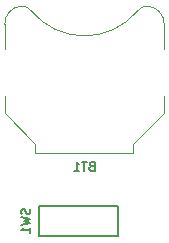
<source format=gbr>
G04 #@! TF.GenerationSoftware,KiCad,Pcbnew,(5.0.0)*
G04 #@! TF.CreationDate,2018-09-15T12:16:20+02:00*
G04 #@! TF.ProjectId,Blinky,426C696E6B792E6B696361645F706362,rev?*
G04 #@! TF.SameCoordinates,Original*
G04 #@! TF.FileFunction,Legend,Bot*
G04 #@! TF.FilePolarity,Positive*
%FSLAX46Y46*%
G04 Gerber Fmt 4.6, Leading zero omitted, Abs format (unit mm)*
G04 Created by KiCad (PCBNEW (5.0.0)) date 09/15/18 12:16:20*
%MOMM*%
%LPD*%
G01*
G04 APERTURE LIST*
%ADD10C,0.120000*%
%ADD11C,0.150000*%
%ADD12C,0.127000*%
G04 APERTURE END LIST*
D10*
G04 #@! TO.C,BT1*
X74909615Y-83823840D02*
G75*
G03X73995000Y-84208000I-124615J-984160D01*
G01*
X64080385Y-83823840D02*
G75*
G02X64995000Y-84208000I124615J-984160D01*
G01*
X73985661Y-84219329D02*
G75*
G02X64995000Y-84208000I-4490661J3711329D01*
G01*
X76245000Y-85358000D02*
G75*
G03X74795000Y-83808000I-1500000J50000D01*
G01*
X62745000Y-85358000D02*
G75*
G02X64195000Y-83808000I1500000J50000D01*
G01*
X76245000Y-87408000D02*
X76245000Y-85308000D01*
X62745000Y-87408000D02*
X62745000Y-85308000D01*
X62745000Y-91408000D02*
X62745000Y-92858000D01*
X62745000Y-92858000D02*
X65345000Y-95458000D01*
X65345000Y-95458000D02*
X65345000Y-96258000D01*
X65345000Y-96258000D02*
X73645000Y-96258000D01*
X73645000Y-96258000D02*
X73645000Y-95458000D01*
X73645000Y-95458000D02*
X76245000Y-92858000D01*
X76245000Y-92858000D02*
X76245000Y-91408000D01*
D11*
G04 #@! TO.C,SW1*
X65650000Y-103300000D02*
X65650000Y-100700000D01*
X65650000Y-103300000D02*
X72350000Y-103300000D01*
X72350000Y-103300000D02*
X72350000Y-100700000D01*
X72350000Y-100700000D02*
X65650000Y-100700000D01*
G04 #@! TO.C,BT1*
D12*
X70093714Y-97353571D02*
X69984857Y-97389857D01*
X69948571Y-97426142D01*
X69912285Y-97498714D01*
X69912285Y-97607571D01*
X69948571Y-97680142D01*
X69984857Y-97716428D01*
X70057428Y-97752714D01*
X70347714Y-97752714D01*
X70347714Y-96990714D01*
X70093714Y-96990714D01*
X70021142Y-97027000D01*
X69984857Y-97063285D01*
X69948571Y-97135857D01*
X69948571Y-97208428D01*
X69984857Y-97281000D01*
X70021142Y-97317285D01*
X70093714Y-97353571D01*
X70347714Y-97353571D01*
X69694571Y-96990714D02*
X69259142Y-96990714D01*
X69476857Y-97752714D02*
X69476857Y-96990714D01*
X68606000Y-97752714D02*
X69041428Y-97752714D01*
X68823714Y-97752714D02*
X68823714Y-96990714D01*
X68896285Y-97099571D01*
X68968857Y-97172142D01*
X69041428Y-97208428D01*
G04 #@! TO.C,SW1*
X64863428Y-100984000D02*
X64899714Y-101092857D01*
X64899714Y-101274285D01*
X64863428Y-101346857D01*
X64827142Y-101383142D01*
X64754571Y-101419428D01*
X64682000Y-101419428D01*
X64609428Y-101383142D01*
X64573142Y-101346857D01*
X64536857Y-101274285D01*
X64500571Y-101129142D01*
X64464285Y-101056571D01*
X64428000Y-101020285D01*
X64355428Y-100984000D01*
X64282857Y-100984000D01*
X64210285Y-101020285D01*
X64174000Y-101056571D01*
X64137714Y-101129142D01*
X64137714Y-101310571D01*
X64174000Y-101419428D01*
X64137714Y-101673428D02*
X64899714Y-101854857D01*
X64355428Y-102000000D01*
X64899714Y-102145142D01*
X64137714Y-102326571D01*
X64899714Y-103016000D02*
X64899714Y-102580571D01*
X64899714Y-102798285D02*
X64137714Y-102798285D01*
X64246571Y-102725714D01*
X64319142Y-102653142D01*
X64355428Y-102580571D01*
G04 #@! TD*
M02*

</source>
